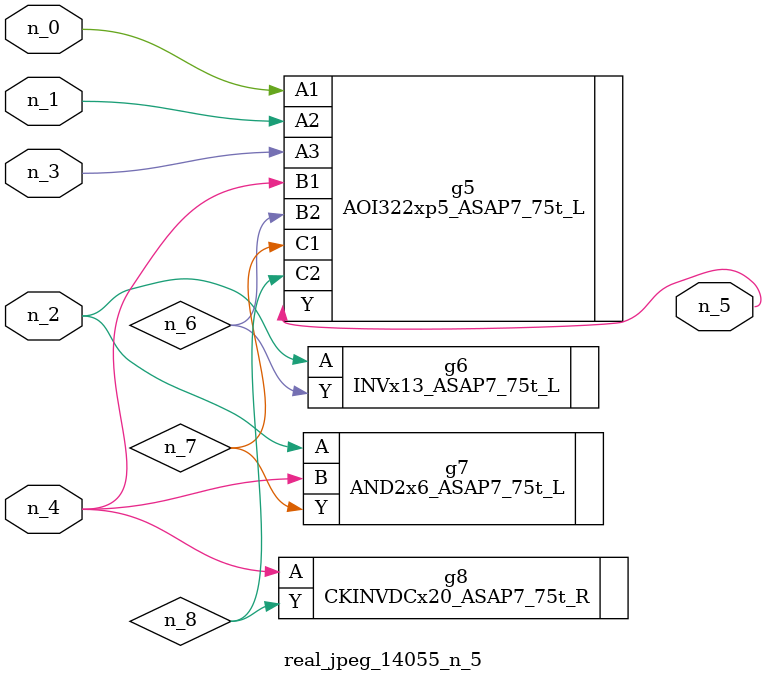
<source format=v>
module real_jpeg_14055_n_5 (n_4, n_0, n_1, n_2, n_3, n_5);

input n_4;
input n_0;
input n_1;
input n_2;
input n_3;

output n_5;

wire n_8;
wire n_6;
wire n_7;

AOI322xp5_ASAP7_75t_L g5 ( 
.A1(n_0),
.A2(n_1),
.A3(n_3),
.B1(n_4),
.B2(n_6),
.C1(n_7),
.C2(n_8),
.Y(n_5)
);

INVx13_ASAP7_75t_L g6 ( 
.A(n_2),
.Y(n_6)
);

AND2x6_ASAP7_75t_L g7 ( 
.A(n_2),
.B(n_4),
.Y(n_7)
);

CKINVDCx20_ASAP7_75t_R g8 ( 
.A(n_4),
.Y(n_8)
);


endmodule
</source>
